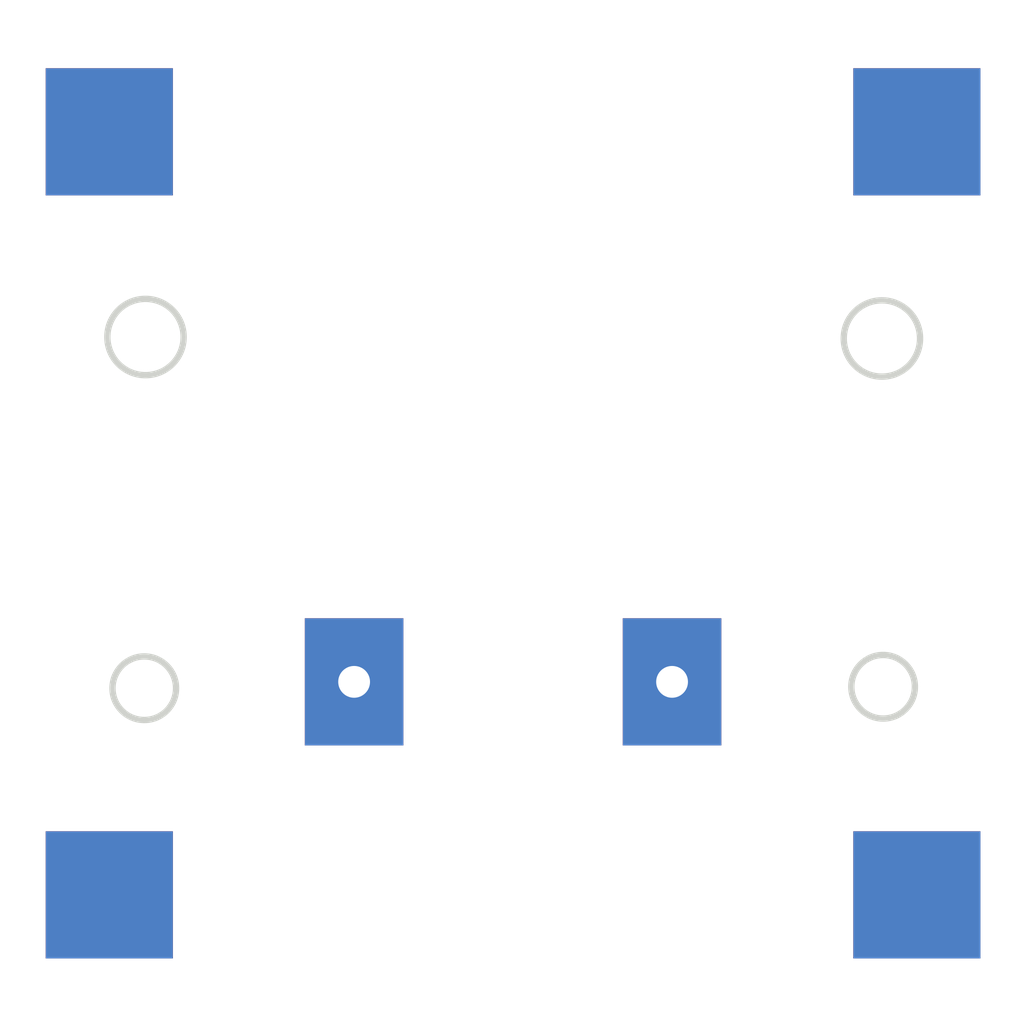
<source format=kicad_pcb>
(kicad_pcb (version 20240108) (generator "ergogen") (generator_version "4.2.0")
  (title_block (title "pcb") (date "2025-10-15") (rev "v9.9") (company "Ergogen Tests"))
  (layers (0 "F.Cu" signal) (31 "B.Cu" signal) (34 "B.Paste" user) (35 "F.Paste" user) (36 "B.SilkS" user "B.Silkscreen") (37 "F.SilkS" user "F.Silkscreen") (38 "B.Mask" user) (39 "F.Mask" user) (44 "Edge.Cuts" user))
  (net 0 "")
  (net 1 "ROW0")
  (net 2 "COL0")
  (net 3 "GND")
  (footprint "CPG1316S01D02_reversible" (at 0 0 0) (layer B.Cu)
    (property "Reference" "S1" hide)
    (pad "1" thru_hole rect (at 2.5 2.65 0) (size 1.55 2) (drill 0.5) (layers "*.Cu" "*.Mask") (net 1 "ROW0"))
    (pad "2" thru_hole rect (at -2.5 2.65 0) (size 1.55 2) (drill 0.5) (layers "*.Cu" "*.Mask") (net 2 "COL0"))
    (pad "3" smd rect (at 6.35 -6 0) (size 2 2) (layers "B.Cu" "B.Paste" "B.Mask") (net 3 "GND"))
    (pad "3" smd rect (at 6.35 -6 0) (size 2 2) (layers "F.Cu" "F.Paste" "F.Mask") (net 3 "GND"))
    (pad "3" smd rect (at 6.35 6 0) (size 2 2) (layers "B.Cu" "B.Paste" "B.Mask") (net 3 "GND"))
    (pad "3" smd rect (at 6.35 6 0) (size 2 2) (layers "F.Cu" "F.Paste" "F.Mask") (net 3 "GND"))
    (pad "3" smd rect (at -6.35 -6 0) (size 2 2) (layers "B.Cu" "B.Paste" "B.Mask") (net 3 "GND"))
    (pad "3" smd rect (at -6.35 -6 0) (size 2 2) (layers "F.Cu" "F.Paste" "F.Mask") (net 3 "GND"))
    (pad "3" smd rect (at -6.35 6 0) (size 2 2) (layers "B.Cu" "B.Paste" "B.Mask") (net 3 "GND"))
    (pad "3" smd rect (at -6.35 6 0) (size 2 2) (layers "F.Cu" "F.Paste" "F.Mask") (net 3 "GND"))
    (fp_circle (center -5.8 2.75) (end -5.3 2.75) (stroke (width 0.1)) (fill none) (layer "Edge.Cuts"))
    (fp_circle (center -5.781 -2.773) (end -5.181 -2.773) (stroke (width 0.1)) (fill none) (layer "Edge.Cuts"))
    (fp_circle (center 5.8 -2.75) (end 6.4 -2.75) (stroke (width 0.1)) (fill none) (layer "Edge.Cuts"))
    (fp_circle (center 5.819 2.727) (end 5.319 2.727) (stroke (width 0.1)) (fill none) (layer "Edge.Cuts"))
  )
)
</source>
